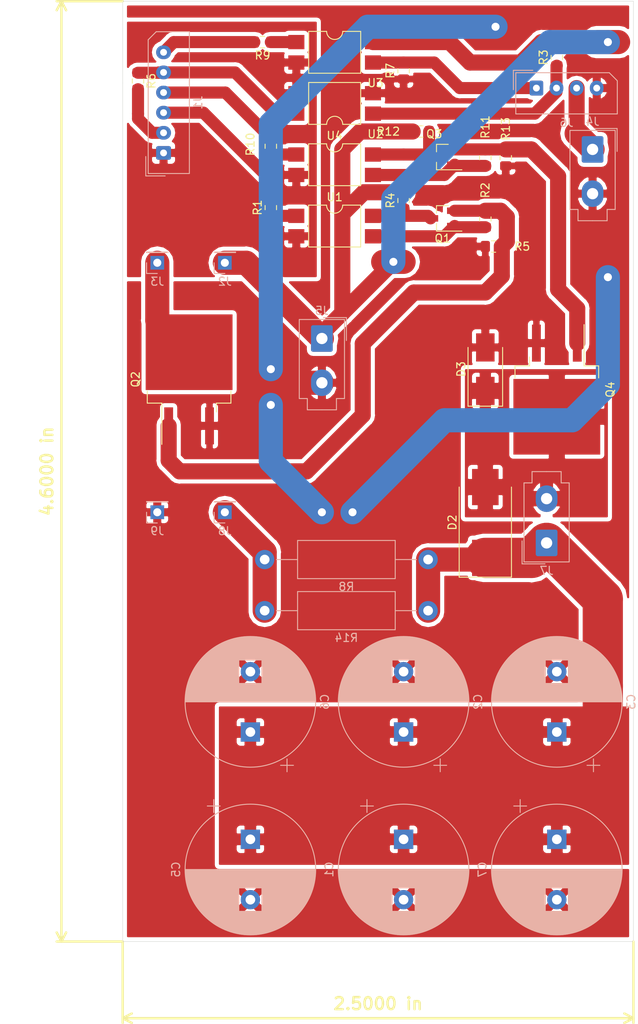
<source format=kicad_pcb>
(kicad_pcb (version 20171130) (host pcbnew 5.0.2-bee76a0~70~ubuntu18.04.1)
  (layers (0 F.Cu signal) (31 B.Cu signal) (34 B.Paste user) (35 F.Paste user) (36 B.SilkS user) (37 F.SilkS user) (38 B.Mask user) (39 F.Mask user) (44 Edge.Cuts user))
  (net 0 "")
  (net 1 -BATT)
  (net 2 Cewka+)
  (net 3 Cewka-)
  (net 4 +3V3)
  (net 5 RPi_reed_switch)
  (net 6 RPi_serwo_pwm)
  (net 7 Trigger)
  (net 8 Charger_R.C.)
  (net 9 GNDD)
  (net 10 +BATT)
  (net 11 "Net-(J3-Pad1)")
  (net 12 V+_serwo)
  (net 13 reed_switch)
  (net 14 PWM_serwo)
  (net 15 "Net-(Q1-Pad1)")
  (net 16 "Net-(Q1-Pad2)")
  (net 17 "Net-(Q1-Pad3)")
  (net 18 "Net-(Q3-Pad3)")
  (net 19 "Net-(Q3-Pad2)")
  (net 20 "Net-(Q3-Pad1)")
  (net 21 "Net-(R1-Pad1)")
  (net 22 "Net-(R9-Pad1)")
  (net 23 "Net-(R10-Pad1)")
  (net 24 "Net-(J8-Pad1)")
  (module Resistor_SMD:R_0805_2012Metric_Pad1.15x1.40mm_HandSolder (layer F.Cu) (at 76.2 68.825 90)
    (fp_text reference R1 (at 0 -1.65 -90) (layer F.SilkS))
    (fp_text value 470?)
    (pad 1 smd roundrect (at -1.025 0 90) (size 1.15 1.4) (layers F.Cu F.Paste F.Mask) (roundrect_rratio 0.217391) (net 21 "Net-(R1-Pad1)"))
    (pad 2 smd roundrect (at 1.025 0 90) (size 1.15 1.4) (layers F.Cu F.Paste F.Mask) (roundrect_rratio 0.217391) (net 8 Charger_R.C.))
  )
  (module Connector_Molex:Molex_Mini-Fit_Jr_5566-02A_2x01_P4.20mm_Vertical (layer B.Cu) (at 116.205 61.595 180)
    (fp_text reference J4 (at 0 3.45) (layer B.SilkS) (effects (justify mirror)))
    (fp_text value "Zasilanie Serwa")
    (pad 2 thru_hole oval (at 0 -5.5 180) (size 2.7 3.3) (drill 1.4) (layers *.Cu *.Mask) (net 1 -BATT))
    (pad 1 thru_hole roundrect (at 0 0 180) (size 2.7 3.3) (drill 1.4) (layers *.Cu *.Mask) (roundrect_rratio 0.09259299999999999) (net 12 V+_serwo))
  )
  (module Package_TO_SOT_SMD:SOT-23_Handsoldering (layer F.Cu) (at 97.56 62.545 180)
    (fp_text reference Q3 (at 1.04 2.86) (layer F.SilkS))
    (fp_text value Q_NPN_BEC)
    (pad 1 smd rect (at -1.5 -0.95 180) (size 1.9 0.8) (layers F.Cu F.Paste F.Mask) (net 20 "Net-(Q3-Pad1)"))
    (pad 2 smd rect (at -1.5 0.95 180) (size 1.9 0.8) (layers F.Cu F.Paste F.Mask) (net 19 "Net-(Q3-Pad2)"))
    (pad 3 smd rect (at 1.5 0 180) (size 1.9 0.8) (layers F.Cu F.Paste F.Mask) (net 18 "Net-(Q3-Pad3)"))
  )
  (module Package_DIP:SMDIP-4_W9.53mm (layer F.Cu) (at 84.135 63.5)
    (fp_text reference U4 (at 0 -3.6 -180) (layer F.SilkS))
    (fp_text value LTV-817)
    (pad 4 smd rect (at 4.765 -1.27) (size 2 1.78) (layers F.Cu F.Paste F.Mask) (net 18 "Net-(Q3-Pad3)"))
    (pad 2 smd rect (at -4.765 1.27) (size 2 1.78) (layers F.Cu F.Paste F.Mask) (net 9 GNDD))
    (pad 3 smd rect (at 4.765 1.27) (size 2 1.78) (layers F.Cu F.Paste F.Mask) (net 20 "Net-(Q3-Pad1)"))
    (pad 1 smd rect (at -4.765 -1.27) (size 2 1.78) (layers F.Cu F.Paste F.Mask) (net 23 "Net-(R10-Pad1)"))
  )
  (module Resistor_THT:R_Axial_DIN0414_L11.9mm_D4.5mm_P20.32mm_Horizontal (layer B.Cu) (at 75.438707 118.906104)
    (fp_text reference R14 (at 10.16 3.37) (layer B.SilkS) (effects (justify mirror)))
    (fp_text value 300)
    (pad 2 thru_hole oval (at 20.32 0) (size 2.4 2.4) (drill 1.2) (layers *.Cu *.Mask) (net 2 Cewka+))
    (pad 1 thru_hole circle (at 0 0) (size 2.4 2.4) (drill 1.2) (layers *.Cu *.Mask) (net 24 "Net-(J8-Pad1)"))
  )
  (module Resistor_SMD:R_0805_2012Metric_Pad1.15x1.40mm_HandSolder (layer F.Cu) (at 102.87 70.24 270)
    (fp_text reference R2 (at -3.565 0 270) (layer F.SilkS))
    (fp_text value 10k)
    (pad 1 smd roundrect (at -1.025 0 270) (size 1.15 1.4) (layers F.Cu F.Paste F.Mask) (roundrect_rratio 0.217391) (net 16 "Net-(Q1-Pad2)"))
    (pad 2 smd roundrect (at 1.025 0 270) (size 1.15 1.4) (layers F.Cu F.Paste F.Mask) (roundrect_rratio 0.217391) (net 15 "Net-(Q1-Pad1)"))
  )
  (module Resistor_SMD:R_0805_2012Metric_Pad1.15x1.40mm_HandSolder (layer F.Cu) (at 111.76 50.165 90)
    (fp_text reference R3 (at 0 -1.65 -90) (layer F.SilkS))
    (fp_text value 470?)
    (pad 2 smd roundrect (at 1.025 0 90) (size 1.15 1.4) (layers F.Cu F.Paste F.Mask) (roundrect_rratio 0.217391) (net 10 +BATT))
    (pad 1 smd roundrect (at -1.025 0 90) (size 1.15 1.4) (layers F.Cu F.Paste F.Mask) (roundrect_rratio 0.217391) (net 13 reed_switch))
  )
  (module Capacitor_THT:CP_Radial_D16.0mm_P7.50mm (layer B.Cu) (at 73.66 147.32 270)
    (fp_text reference C5 (at 3.75 9.25 270) (layer B.SilkS) (effects (justify mirror)))
    (fp_text value 2200u)
    (pad 1 thru_hole rect (at 0 0 270) (size 2.4 2.4) (drill 1.2) (layers *.Cu *.Mask) (net 2 Cewka+))
    (pad 2 thru_hole circle (at 7.5 0 270) (size 2.4 2.4) (drill 1.2) (layers *.Cu *.Mask) (net 1 -BATT))
  )
  (module Package_TO_SOT_SMD:TO-263-2 (layer F.Cu) (at 66.04 90.17 90)
    (fp_text reference Q2 (at 0 -6.65 90) (layer F.SilkS))
    (fp_text value IRL2203N)
    (pad 2 smd rect (at 3.375 0 90) (size 9.4 10.8) (layers F.Cu F.Mask) (net 11 "Net-(J3-Pad1)"))
    (pad 3 smd rect (at -5.775 2.54 90) (size 4.6 1.1) (layers F.Cu F.Paste F.Mask) (net 1 -BATT))
    (pad 1 smd rect (at -5.775 -2.54 90) (size 4.6 1.1) (layers F.Cu F.Paste F.Mask) (net 16 "Net-(Q1-Pad2)"))
  )
  (module Connector_PinHeader_2.54mm:PinHeader_1x01_P2.54mm_Vertical (layer B.Cu) (at 70.485 106.68)
    (fp_text reference J8 (at 0 2.33) (layer B.SilkS) (effects (justify mirror)))
    (fp_text value V_OUT+)
    (pad 1 thru_hole rect (at 0 0) (size 1.7 1.7) (drill 1) (layers *.Cu *.Mask) (net 24 "Net-(J8-Pad1)"))
  )
  (module Connector_Molex:Molex_Mini-Fit_Jr_5566-02A_2x01_P4.20mm_Vertical (layer B.Cu) (at 110.49 110.49)
    (fp_text reference J7 (at 0 3.45) (layer B.SilkS) (effects (justify mirror)))
    (fp_text value "Torpedo EM")
    (pad 2 thru_hole oval (at 0 -5.5) (size 2.7 3.3) (drill 1.4) (layers *.Cu *.Mask) (net 3 Cewka-))
    (pad 1 thru_hole roundrect (at 0 0) (size 2.7 3.3) (drill 1.4) (layers *.Cu *.Mask) (roundrect_rratio 0.09259299999999999) (net 2 Cewka+))
  )
  (module Diode_SMD:D_SMC_Handsoldering (layer F.Cu) (at 102.87 107.95 90)
    (fp_text reference D2 (at 0 -4.1 90) (layer F.SilkS))
    (fp_text value D_Schottky)
    (pad 2 smd rect (at 4.4 0 180) (size 3.3 4.5) (layers F.Cu F.Paste F.Mask) (net 3 Cewka-))
    (pad 1 smd rect (at -4.4 0 180) (size 3.3 4.5) (layers F.Cu F.Paste F.Mask) (net 2 Cewka+))
  )
  (module Capacitor_THT:CP_Radial_D16.0mm_P7.50mm (layer B.Cu) (at 111.76 147.32 270)
    (fp_text reference C7 (at 3.75 9.25 270) (layer B.SilkS) (effects (justify mirror)))
    (fp_text value 2200u)
    (pad 1 thru_hole rect (at 0 0 270) (size 2.4 2.4) (drill 1.2) (layers *.Cu *.Mask) (net 2 Cewka+))
    (pad 2 thru_hole circle (at 7.5 0 270) (size 2.4 2.4) (drill 1.2) (layers *.Cu *.Mask) (net 1 -BATT))
  )
  (module Resistor_SMD:R_0805_2012Metric_Pad1.15x1.40mm_HandSolder (layer F.Cu) (at 94.86 59.37 180)
    (fp_text reference R12 (at 4.055 0) (layer F.SilkS))
    (fp_text value 100?)
    (pad 2 smd roundrect (at 1.025 0 180) (size 1.15 1.4) (layers F.Cu F.Paste F.Mask) (roundrect_rratio 0.217391) (net 10 +BATT))
    (pad 1 smd roundrect (at -1.025 0 180) (size 1.15 1.4) (layers F.Cu F.Paste F.Mask) (roundrect_rratio 0.217391) (net 18 "Net-(Q3-Pad3)"))
  )
  (module Package_TO_SOT_SMD:TO-263-2 (layer F.Cu) (at 111.76 91.44 270)
    (fp_text reference Q4 (at 0 -6.65 90) (layer F.SilkS))
    (fp_text value IRL2203N)
    (pad 1 smd rect (at -5.775 -2.54 270) (size 4.6 1.1) (layers F.Cu F.Paste F.Mask) (net 19 "Net-(Q3-Pad2)"))
    (pad 3 smd rect (at -5.775 2.54 270) (size 4.6 1.1) (layers F.Cu F.Paste F.Mask) (net 1 -BATT))
    (pad 2 smd rect (at 3.375 0 270) (size 9.4 10.8) (layers F.Cu F.Mask) (net 3 Cewka-))
  )
  (module Resistor_SMD:R_0805_2012Metric_Pad1.15x1.40mm_HandSolder (layer F.Cu) (at 92.71 67.945 90)
    (fp_text reference R4 (at 0 -1.65 90) (layer F.SilkS))
    (fp_text value 100?)
    (pad 2 smd roundrect (at 1.025 0 90) (size 1.15 1.4) (layers F.Cu F.Paste F.Mask) (roundrect_rratio 0.217391) (net 10 +BATT))
    (pad 1 smd roundrect (at -1.025 0 90) (size 1.15 1.4) (layers F.Cu F.Paste F.Mask) (roundrect_rratio 0.217391) (net 17 "Net-(Q1-Pad3)"))
  )
  (module Capacitor_THT:CP_Radial_D16.0mm_P7.50mm (layer B.Cu) (at 73.66 133.985 90)
    (fp_text reference C6 (at 3.75 9.25 -90) (layer B.SilkS) (effects (justify mirror)))
    (fp_text value 2200u)
    (pad 2 thru_hole circle (at 7.5 0 90) (size 2.4 2.4) (drill 1.2) (layers *.Cu *.Mask) (net 1 -BATT))
    (pad 1 thru_hole rect (at 0 0 90) (size 2.4 2.4) (drill 1.2) (layers *.Cu *.Mask) (net 2 Cewka+))
  )
  (module Resistor_SMD:R_0805_2012Metric_Pad1.15x1.40mm_HandSolder (layer F.Cu) (at 59.69 53.095 270)
    (fp_text reference R6 (at 0 -1.65 90) (layer F.SilkS))
    (fp_text value 10k)
    (pad 2 smd roundrect (at 1.025 0 270) (size 1.15 1.4) (layers F.Cu F.Paste F.Mask) (roundrect_rratio 0.217391) (net 4 +3V3))
    (pad 1 smd roundrect (at -1.025 0 270) (size 1.15 1.4) (layers F.Cu F.Paste F.Mask) (roundrect_rratio 0.217391) (net 5 RPi_reed_switch))
  )
  (module Package_DIP:SMDIP-4_W9.53mm (layer F.Cu) (at 84.14 49.53)
    (fp_text reference U3 (at 5.08 3.81 -180) (layer F.SilkS))
    (fp_text value LTV-817)
    (pad 4 smd rect (at 4.765 -1.27) (size 2 1.78) (layers F.Cu F.Paste F.Mask) (net 10 +BATT))
    (pad 2 smd rect (at -4.765 1.27) (size 2 1.78) (layers F.Cu F.Paste F.Mask) (net 9 GNDD))
    (pad 3 smd rect (at 4.765 1.27) (size 2 1.78) (layers F.Cu F.Paste F.Mask) (net 14 PWM_serwo))
    (pad 1 smd rect (at -4.765 -1.27) (size 2 1.78) (layers F.Cu F.Paste F.Mask) (net 22 "Net-(R9-Pad1)"))
  )
  (module Connector_Molex:Molex_SPOX_5267-04A_1x04_P2.50mm_Vertical (layer B.Cu) (at 109.22 53.975)
    (fp_text reference J6 (at 3.75 4.3 -180) (layer B.SilkS) (effects (justify mirror)))
    (fp_text value Torpedo)
    (pad 4 thru_hole oval (at 7.5 0) (size 1.7 1.85) (drill 0.85) (layers *.Cu *.Mask) (net 1 -BATT))
    (pad 3 thru_hole oval (at 5 0) (size 1.7 1.85) (drill 0.85) (layers *.Cu *.Mask) (net 12 V+_serwo))
    (pad 2 thru_hole oval (at 2.5 0) (size 1.7 1.85) (drill 0.85) (layers *.Cu *.Mask) (net 13 reed_switch))
    (pad 1 thru_hole roundrect (at 0 0) (size 1.7 1.85) (drill 0.85) (layers *.Cu *.Mask) (roundrect_rratio 0.147059) (net 14 PWM_serwo))
  )
  (module Connector_PinHeader_2.54mm:PinHeader_1x01_P2.54mm_Vertical (layer B.Cu) (at 62.085 106.68)
    (fp_text reference J9 (at 0 2.33) (layer B.SilkS) (effects (justify mirror)))
    (fp_text value V_OUT-)
    (pad 1 thru_hole rect (at 0 0) (size 1.7 1.7) (drill 1) (layers *.Cu *.Mask) (net 1 -BATT))
  )
  (module Connector_Molex:Molex_Mini-Fit_Jr_5566-02A_2x01_P4.20mm_Vertical (layer B.Cu) (at 82.55 85.09 180)
    (fp_text reference J5 (at 0 3.45) (layer B.SilkS) (effects (justify mirror)))
    (fp_text value "Batt HP")
    (pad 1 thru_hole roundrect (at 0 0 180) (size 2.7 3.3) (drill 1.4) (layers *.Cu *.Mask) (roundrect_rratio 0.09259299999999999) (net 10 +BATT))
    (pad 2 thru_hole oval (at 0 -5.5 180) (size 2.7 3.3) (drill 1.4) (layers *.Cu *.Mask) (net 1 -BATT))
  )
  (module Resistor_SMD:R_0805_2012Metric_Pad1.15x1.40mm_HandSolder (layer F.Cu) (at 92.71 51.825 90)
    (fp_text reference R7 (at 0 -1.65 90) (layer F.SilkS))
    (fp_text value 1k-4k7)
    (pad 1 smd roundrect (at -1.025 0 90) (size 1.15 1.4) (layers F.Cu F.Paste F.Mask) (roundrect_rratio 0.217391) (net 1 -BATT))
    (pad 2 smd roundrect (at 1.025 0 90) (size 1.15 1.4) (layers F.Cu F.Paste F.Mask) (roundrect_rratio 0.217391) (net 14 PWM_serwo))
  )
  (module Resistor_SMD:R_0805_2012Metric_Pad1.15x1.40mm_HandSolder (layer F.Cu) (at 76.2 61.205 90)
    (fp_text reference R10 (at 0.245 -2.54 90) (layer F.SilkS))
    (fp_text value 470?)
    (pad 1 smd roundrect (at -1.025 0 90) (size 1.15 1.4) (layers F.Cu F.Paste F.Mask) (roundrect_rratio 0.217391) (net 23 "Net-(R10-Pad1)"))
    (pad 2 smd roundrect (at 1.025 0 90) (size 1.15 1.4) (layers F.Cu F.Paste F.Mask) (roundrect_rratio 0.217391) (net 7 Trigger))
  )
  (module Diode_SMD:D_SMB_Handsoldering (layer F.Cu) (at 102.87 88.9 90)
    (fp_text reference D3 (at 0 -3 -90) (layer F.SilkS))
    (fp_text value TVS_24V)
    (pad 2 smd rect (at 2.7 0 90) (size 3.5 2.3) (layers F.Cu F.Paste F.Mask) (net 1 -BATT))
    (pad 1 smd rect (at -2.7 0 90) (size 3.5 2.3) (layers F.Cu F.Paste F.Mask) (net 3 Cewka-))
  )
  (module Resistor_SMD:R_0805_2012Metric_Pad1.15x1.40mm_HandSolder (layer F.Cu) (at 103.895 73.66)
    (fp_text reference R5 (at 3.565 0) (layer F.SilkS))
    (fp_text value 10k?)
    (pad 2 smd roundrect (at 1.025 0) (size 1.15 1.4) (layers F.Cu F.Paste F.Mask) (roundrect_rratio 0.217391) (net 16 "Net-(Q1-Pad2)"))
    (pad 1 smd roundrect (at -1.025 0) (size 1.15 1.4) (layers F.Cu F.Paste F.Mask) (roundrect_rratio 0.217391) (net 1 -BATT))
  )
  (module Package_TO_SOT_SMD:SOT-23_Handsoldering (layer F.Cu) (at 97.56 70.165 180)
    (fp_text reference Q1 (at 0 -2.5) (layer F.SilkS))
    (fp_text value Q_NPN_BEC)
    (pad 3 smd rect (at 1.5 0 180) (size 1.9 0.8) (layers F.Cu F.Paste F.Mask) (net 17 "Net-(Q1-Pad3)"))
    (pad 2 smd rect (at -1.5 0.95 180) (size 1.9 0.8) (layers F.Cu F.Paste F.Mask) (net 16 "Net-(Q1-Pad2)"))
    (pad 1 smd rect (at -1.5 -0.95 180) (size 1.9 0.8) (layers F.Cu F.Paste F.Mask) (net 15 "Net-(Q1-Pad1)"))
  )
  (module Capacitor_THT:CP_Radial_D16.0mm_P7.50mm (layer B.Cu) (at 111.76 133.985 90)
    (fp_text reference C3 (at 3.75 9.25 -90) (layer B.SilkS) (effects (justify mirror)))
    (fp_text value 2200u)
    (pad 2 thru_hole circle (at 7.5 0 90) (size 2.4 2.4) (drill 1.2) (layers *.Cu *.Mask) (net 1 -BATT))
    (pad 1 thru_hole rect (at 0 0 90) (size 2.4 2.4) (drill 1.2) (layers *.Cu *.Mask) (net 2 Cewka+))
  )
  (module Package_DIP:SMDIP-4_W9.53mm (layer F.Cu) (at 84.135 71.12)
    (fp_text reference U1 (at 0 -3.6 -180) (layer F.SilkS))
    (fp_text value LTV-817)
    (pad 1 smd rect (at -4.765 -1.27) (size 2 1.78) (layers F.Cu F.Paste F.Mask) (net 21 "Net-(R1-Pad1)"))
    (pad 3 smd rect (at 4.765 1.27) (size 2 1.78) (layers F.Cu F.Paste F.Mask) (net 15 "Net-(Q1-Pad1)"))
    (pad 2 smd rect (at -4.765 1.27) (size 2 1.78) (layers F.Cu F.Paste F.Mask) (net 9 GNDD))
    (pad 4 smd rect (at 4.765 -1.27) (size 2 1.78) (layers F.Cu F.Paste F.Mask) (net 17 "Net-(Q1-Pad3)"))
  )
  (module Resistor_SMD:R_0805_2012Metric_Pad1.15x1.40mm_HandSolder (layer F.Cu) (at 105.41 62.62 90)
    (fp_text reference R13 (at 3.565 0 -90) (layer F.SilkS))
    (fp_text value 10k?)
    (pad 2 smd roundrect (at 1.025 0 90) (size 1.15 1.4) (layers F.Cu F.Paste F.Mask) (roundrect_rratio 0.217391) (net 19 "Net-(Q3-Pad2)"))
    (pad 1 smd roundrect (at -1.025 0 90) (size 1.15 1.4) (layers F.Cu F.Paste F.Mask) (roundrect_rratio 0.217391) (net 1 -BATT))
  )
  (module Connector_PinHeader_2.54mm:PinHeader_1x01_P2.54mm_Vertical (layer B.Cu) (at 70.485 75.68)
    (fp_text reference J2 (at 0 2.33) (layer B.SilkS) (effects (justify mirror)))
    (fp_text value V_IN+)
    (pad 1 thru_hole rect (at 0 0) (size 1.7 1.7) (drill 1) (layers *.Cu *.Mask) (net 10 +BATT))
  )
  (module Connector_Molex:Molex_SPOX_5267-06A_1x06_P2.50mm_Vertical (layer B.Cu) (at 62.865 62.03 90)
    (fp_text reference J1 (at 6.25 4.3 -90) (layer B.SilkS) (effects (justify mirror)))
    (fp_text value "RPi I/O")
    (pad 6 thru_hole oval (at 12.5 0 90) (size 1.7 1.85) (drill 0.85) (layers *.Cu *.Mask) (net 6 RPi_serwo_pwm))
    (pad 5 thru_hole oval (at 10 0 90) (size 1.7 1.85) (drill 0.85) (layers *.Cu *.Mask) (net 5 RPi_reed_switch))
    (pad 4 thru_hole oval (at 7.5 0 90) (size 1.7 1.85) (drill 0.85) (layers *.Cu *.Mask) (net 7 Trigger))
    (pad 3 thru_hole oval (at 5 0 90) (size 1.7 1.85) (drill 0.85) (layers *.Cu *.Mask) (net 8 Charger_R.C.))
    (pad 2 thru_hole oval (at 2.5 0 90) (size 1.7 1.85) (drill 0.85) (layers *.Cu *.Mask) (net 4 +3V3))
    (pad 1 thru_hole roundrect (at 0 0 90) (size 1.7 1.85) (drill 0.85) (layers *.Cu *.Mask) (roundrect_rratio 0.147059) (net 9 GNDD))
  )
  (module Resistor_THT:R_Axial_DIN0414_L11.9mm_D4.5mm_P20.32mm_Horizontal (layer B.Cu) (at 75.438707 112.556104)
    (fp_text reference R8 (at 10.16 3.37) (layer B.SilkS) (effects (justify mirror)))
    (fp_text value 300)
    (pad 1 thru_hole circle (at 0 0) (size 2.4 2.4) (drill 1.2) (layers *.Cu *.Mask) (net 24 "Net-(J8-Pad1)"))
    (pad 2 thru_hole oval (at 20.32 0) (size 2.4 2.4) (drill 1.2) (layers *.Cu *.Mask) (net 2 Cewka+))
  )
  (module Capacitor_THT:CP_Radial_D16.0mm_P7.50mm (layer B.Cu) (at 92.71 133.985 90)
    (fp_text reference C2 (at 3.75 9.25 -90) (layer B.SilkS) (effects (justify mirror)))
    (fp_text value 2200u)
    (pad 2 thru_hole circle (at 7.5 0 90) (size 2.4 2.4) (drill 1.2) (layers *.Cu *.Mask) (net 1 -BATT))
    (pad 1 thru_hole rect (at 0 0 90) (size 2.4 2.4) (drill 1.2) (layers *.Cu *.Mask) (net 2 Cewka+))
  )
  (module Package_DIP:SMDIP-4_W9.53mm (layer F.Cu) (at 84.14 55.88 180)
    (fp_text reference U2 (at -5.08 -3.81 180) (layer F.SilkS))
    (fp_text value LTV-817)
    (pad 1 smd rect (at -4.765 -1.27 180) (size 2 1.78) (layers F.Cu F.Paste F.Mask) (net 13 reed_switch))
    (pad 3 smd rect (at 4.765 1.27 180) (size 2 1.78) (layers F.Cu F.Paste F.Mask) (net 9 GNDD))
    (pad 2 smd rect (at -4.765 1.27 180) (size 2 1.78) (layers F.Cu F.Paste F.Mask) (net 1 -BATT))
    (pad 4 smd rect (at 4.765 -1.27 180) (size 2 1.78) (layers F.Cu F.Paste F.Mask) (net 5 RPi_reed_switch))
  )
  (module Connector_PinHeader_2.54mm:PinHeader_1x01_P2.54mm_Vertical (layer B.Cu) (at 62.085 75.68)
    (fp_text reference J3 (at 0 2.33) (layer B.SilkS) (effects (justify mirror)))
    (fp_text value V_IN-)
    (pad 1 thru_hole rect (at 0 0) (size 1.7 1.7) (drill 1) (layers *.Cu *.Mask) (net 11 "Net-(J3-Pad1)"))
  )
  (module Capacitor_THT:CP_Radial_D16.0mm_P7.50mm (layer B.Cu) (at 92.71 147.32 270)
    (fp_text reference C1 (at 3.75 9.25 270) (layer B.SilkS) (effects (justify mirror)))
    (fp_text value 2200u)
    (pad 1 thru_hole rect (at 0 0 270) (size 2.4 2.4) (drill 1.2) (layers *.Cu *.Mask) (net 2 Cewka+))
    (pad 2 thru_hole circle (at 7.5 0 270) (size 2.4 2.4) (drill 1.2) (layers *.Cu *.Mask) (net 1 -BATT))
  )
  (module Resistor_SMD:R_0805_2012Metric_Pad1.15x1.40mm_HandSolder (layer F.Cu) (at 75.175 48.26 180)
    (fp_text reference R9 (at 0 -1.65 180) (layer F.SilkS))
    (fp_text value 470?)
    (pad 1 smd roundrect (at -1.025 0 180) (size 1.15 1.4) (layers F.Cu F.Paste F.Mask) (roundrect_rratio 0.217391) (net 22 "Net-(R9-Pad1)"))
    (pad 2 smd roundrect (at 1.025 0 180) (size 1.15 1.4) (layers F.Cu F.Paste F.Mask) (roundrect_rratio 0.217391) (net 6 RPi_serwo_pwm))
  )
  (module Resistor_SMD:R_0805_2012Metric_Pad1.15x1.40mm_HandSolder (layer F.Cu) (at 102.87 62.62 270)
    (fp_text reference R11 (at -3.81 0 90) (layer F.SilkS))
    (fp_text value 10k)
    (pad 2 smd roundrect (at 1.025 0 270) (size 1.15 1.4) (layers F.Cu F.Paste F.Mask) (roundrect_rratio 0.217391) (net 20 "Net-(Q3-Pad1)"))
    (pad 1 smd roundrect (at -1.025 0 270) (size 1.15 1.4) (layers F.Cu F.Paste F.Mask) (roundrect_rratio 0.217391) (net 19 "Net-(Q3-Pad2)"))
  )
  (dimension 116.84 (width 0.3) (layer F.SilkS) (gr_text "116,840 mm" (at 48.065 101.6 90) (layer F.SilkS) (effects (font (size 1.5 1.5) (thickness 0.3)))) (feature1 (pts (xy 57.785 43.18) (xy 49.578579 43.18))) (feature2 (pts (xy 57.785 160.02) (xy 49.578579 160.02))) (crossbar (pts (xy 50.165 160.02) (xy 50.165 43.18))) (arrow1a (pts (xy 50.165 43.18) (xy 50.751421 44.306504))) (arrow1b (pts (xy 50.165 43.18) (xy 49.578579 44.306504))) (arrow2a (pts (xy 50.165 160.02) (xy 50.751421 158.893496))) (arrow2b (pts (xy 50.165 160.02) (xy 49.578579 158.893496))))
  (dimension 63.5 (width 0.3) (layer F.SilkS) (gr_text "63,500 mm" (at 89.535 171.645) (layer F.SilkS) (effects (font (size 1.5 1.5) (thickness 0.3)))) (feature1 (pts (xy 121.285 160.02) (xy 121.285 170.131421))) (feature2 (pts (xy 57.785 160.02) (xy 57.785 170.131421))) (crossbar (pts (xy 57.785 169.545) (xy 121.285 169.545))) (arrow1a (pts (xy 121.285 169.545) (xy 120.158496 170.131421))) (arrow1b (pts (xy 121.285 169.545) (xy 120.158496 168.958579))) (arrow2a (pts (xy 57.785 169.545) (xy 58.911504 170.131421))) (arrow2b (pts (xy 57.785 169.545) (xy 58.911504 168.958579))))
  (gr_line (start 57.785 160.02) (end 121.285 160.02) (layer Edge.Cuts) (width 0.05))
  (gr_line (start 57.785 160.02) (end 57.785 53.34) (layer Edge.Cuts) (width 0.05))
  (gr_line (start 121.285 160.02) (end 121.285 43.18) (layer Edge.Cuts) (width 0.05))
  (gr_line (start 121.285 43.18) (end 57.785 43.18) (layer Edge.Cuts) (width 0.05))
  (gr_line (start 57.785 43.18) (end 57.785 53.34) (layer Edge.Cuts) (width 0.05))
  (via (at 76.2 93.345) (size 2) (drill 1) (layers F.Cu B.Cu) (net 1))
  (segment (start 76.2 93.345) (end 76.2 100.33) (width 3) (layer B.Cu) (net 1))
  (segment (start 82.55 90.59) (end 78.955 90.59) (width 3) (layer F.Cu) (net 1))
  (segment (start 97.79 95.25) (end 113.665 95.25) (width 3) (layer B.Cu) (net 1))
  (via (at 118.11 77.47) (size 2) (drill 1) (layers F.Cu B.Cu) (net 1))
  (via (at 86.36 106.68) (size 2) (drill 1) (layers F.Cu B.Cu) (net 1))
  (via (at 82.55 106.68) (size 2) (drill 1) (layers F.Cu B.Cu) (net 1))
  (segment (start 118.11 90.805) (end 118.11 77.47) (width 3) (layer B.Cu) (net 1))
  (segment (start 116.205 67.095) (end 116.205 66.795) (width 2) (layer F.Cu) (net 1))
  (segment (start 76.2 100.33) (end 82.55 106.68) (width 3) (layer B.Cu) (net 1))
  (segment (start 76.2 88.9) (end 76.2 58.42) (width 3) (layer B.Cu) (net 1))
  (segment (start 88.265 46.355) (end 104.14 46.355) (width 3) (layer B.Cu) (net 1))
  (via (at 104.14 46.355) (size 2) (drill 1) (layers F.Cu B.Cu) (net 1))
  (segment (start 78.955 90.59) (end 76.2 93.345) (width 3) (layer F.Cu) (net 1))
  (segment (start 113.665 95.25) (end 118.11 90.805) (width 3) (layer B.Cu) (net 1))
  (segment (start 76.2 58.42) (end 88.265 46.355) (width 3) (layer B.Cu) (net 1))
  (segment (start 86.36 106.68) (end 97.79 95.25) (width 3) (layer B.Cu) (net 1))
  (via (at 76.2 88.9) (size 2) (drill 1) (layers F.Cu B.Cu) (net 1))
  (segment (start 117.475 128.27) (end 117.475 133.35) (width 5) (layer F.Cu) (net 2))
  (segment (start 95.758707 112.556104) (end 102.663896 112.556104) (width 3) (layer F.Cu) (net 2))
  (segment (start 117.475 117.475) (end 117.475 128.27) (width 5) (layer F.Cu) (net 2))
  (segment (start 95.758707 118.906104) (end 95.758707 112.556104) (width 3) (layer F.Cu) (net 2))
  (segment (start 117.475 117.475) (end 110.49 110.49) (width 5) (layer F.Cu) (net 2))
  (segment (start 108.63 112.35) (end 110.49 110.49) (width 5) (layer F.Cu) (net 2))
  (segment (start 102.87 112.35) (end 108.63 112.35) (width 5) (layer F.Cu) (net 2))
  (segment (start 102.663896 112.556104) (end 102.87 112.35) (width 3) (layer F.Cu) (net 2))
  (segment (start 59.69 54.12) (end 59.69 57.15) (width 1.5) (layer F.Cu) (net 4))
  (segment (start 62.865 59.53) (end 61.435 59.53) (width 1.5) (layer F.Cu) (net 4))
  (segment (start 59.69 57.785) (end 59.69 57.15) (width 1.5) (layer F.Cu) (net 4))
  (segment (start 61.435 59.53) (end 59.69 57.785) (width 1.5) (layer F.Cu) (net 4))
  (segment (start 62.23 52.07) (end 62.825 52.07) (width 1.5) (layer F.Cu) (net 5))
  (segment (start 71.755 52.03) (end 62.27 52.03) (width 1.5) (layer F.Cu) (net 5))
  (segment (start 79.375 57.15) (end 76.875 57.15) (width 1.5) (layer F.Cu) (net 5))
  (segment (start 76.875 57.15) (end 71.755 52.03) (width 1.5) (layer F.Cu) (net 5))
  (segment (start 59.69 52.07) (end 62.23 52.07) (width 1.5) (layer F.Cu) (net 5))
  (segment (start 62.825 52.07) (end 62.865 52.03) (width 1.5) (layer F.Cu) (net 5))
  (segment (start 62.27 52.03) (end 62.23 52.07) (width 1.5) (layer F.Cu) (net 5))
  (segment (start 64.135 48.26) (end 62.865 49.53) (width 1.5) (layer F.Cu) (net 6))
  (segment (start 74.15 48.26) (end 64.135 48.26) (width 1.5) (layer F.Cu) (net 6))
  (segment (start 62.865 54.53) (end 70.55 54.53) (width 1.5) (layer F.Cu) (net 7))
  (segment (start 70.55 54.53) (end 76.2 60.18) (width 1.5) (layer F.Cu) (net 7))
  (segment (start 67.825 57.03) (end 62.865 57.03) (width 1.5) (layer F.Cu) (net 8))
  (segment (start 76.2 67.8) (end 76.2 65.405) (width 1.5) (layer F.Cu) (net 8))
  (segment (start 76.2 65.405) (end 67.825 57.03) (width 1.5) (layer F.Cu) (net 8))
  (segment (start 109.855 48.26) (end 116.84 48.26) (width 2) (layer F.Cu) (net 10))
  (segment (start 93.835 59.37) (end 87.315 59.37) (width 2) (layer F.Cu) (net 10))
  (segment (start 70.485 75.68) (end 73.14 75.68) (width 3) (layer F.Cu) (net 10))
  (segment (start 82.55 85.09) (end 82.55 84.455) (width 2) (layer F.Cu) (net 10))
  (segment (start 92.71 66.92) (end 87.779998 66.92) (width 2) (layer F.Cu) (net 10))
  (via (at 118.11 48.26) (size 2) (drill 1) (layers F.Cu B.Cu) (net 10))
  (segment (start 91.44 75.565) (end 91.44 67.722268) (width 3) (layer B.Cu) (net 10))
  (segment (start 85.09 69.609998) (end 85.09 69.85) (width 2) (layer F.Cu) (net 10))
  (segment (start 87.315 59.37) (end 85.09 61.595) (width 2) (layer F.Cu) (net 10))
  (segment (start 85.09 69.85) (end 85.09 81.915) (width 2) (layer F.Cu) (net 10))
  (segment (start 87.779998 66.92) (end 85.09 69.609998) (width 2) (layer F.Cu) (net 10))
  (segment (start 98.425 48.26) (end 100.965 50.8) (width 2) (layer F.Cu) (net 10))
  (segment (start 91.44 67.722268) (end 110.902268 48.26) (width 3) (layer B.Cu) (net 10))
  (segment (start 118.11 48.26) (end 119.38 48.26) (width 3) (layer F.Cu) (net 10))
  (segment (start 100.965 50.8) (end 107.315 50.8) (width 2) (layer F.Cu) (net 10))
  (segment (start 82.55 84.455) (end 85.09 81.915) (width 2) (layer F.Cu) (net 10))
  (segment (start 116.84 48.26) (end 118.11 48.26) (width 3) (layer F.Cu) (net 10))
  (segment (start 110.902268 48.26) (end 118.11 48.26) (width 3) (layer B.Cu) (net 10))
  (segment (start 91.44 75.565) (end 92.71 75.565) (width 3) (layer F.Cu) (net 10))
  (segment (start 107.315 50.8) (end 109.855 48.26) (width 2) (layer F.Cu) (net 10))
  (segment (start 91.44 75.565) (end 90.17 75.565) (width 3) (layer F.Cu) (net 10))
  (segment (start 85.09 81.915) (end 91.44 75.565) (width 2) (layer F.Cu) (net 10))
  (segment (start 88.905 48.26) (end 98.425 48.26) (width 2) (layer F.Cu) (net 10))
  (segment (start 85.09 61.595) (end 85.09 69.85) (width 2) (layer F.Cu) (net 10))
  (segment (start 73.14 75.68) (end 82.55 85.09) (width 3) (layer F.Cu) (net 10))
  (via (at 91.44 75.565) (size 2) (drill 1) (layers F.Cu B.Cu) (net 10))
  (segment (start 66.04 86.795) (end 62.085 82.84) (width 3) (layer F.Cu) (net 11))
  (segment (start 62.085 82.84) (end 62.085 75.68) (width 3) (layer F.Cu) (net 11))
  (segment (start 114.22 53.975) (end 114.22 59.61) (width 2) (layer F.Cu) (net 12))
  (segment (start 116.205 61.595) (end 114.22 59.61) (width 3) (layer F.Cu) (net 12))
  (segment (start 111.72 53.975) (end 111.72 51.23) (width 1.5) (layer F.Cu) (net 13))
  (segment (start 111.72 54.447074) (end 109.017074 57.15) (width 1.5) (layer F.Cu) (net 13))
  (segment (start 111.72 51.23) (end 111.76 51.19) (width 1.5) (layer F.Cu) (net 13))
  (segment (start 111.72 53.975) (end 111.72 54.447074) (width 1.5) (layer F.Cu) (net 13))
  (segment (start 109.017074 57.15) (end 88.905 57.15) (width 1.5) (layer F.Cu) (net 13))
  (segment (start 92.71 50.8) (end 96.52 50.8) (width 1.5) (layer F.Cu) (net 14))
  (segment (start 96.52 50.8) (end 99.695 53.975) (width 1.5) (layer F.Cu) (net 14))
  (segment (start 99.695 53.975) (end 107.95 53.975) (width 1.5) (layer F.Cu) (net 14))
  (segment (start 88.905 50.8) (end 92.71 50.8) (width 1.5) (layer F.Cu) (net 14))
  (segment (start 107.95 53.975) (end 109.22 53.975) (width 1.5) (layer F.Cu) (net 14))
  (segment (start 99.21 71.265) (end 99.06 71.115) (width 1.5) (layer F.Cu) (net 15))
  (segment (start 91.44 72.39) (end 97.785 72.39) (width 1.5) (layer F.Cu) (net 15))
  (segment (start 97.785 72.39) (end 99.06 71.115) (width 1.5) (layer F.Cu) (net 15))
  (segment (start 102.87 71.265) (end 99.21 71.265) (width 1.5) (layer F.Cu) (net 15))
  (segment (start 91.44 72.39) (end 88.9 72.39) (width 1.5) (layer F.Cu) (net 15))
  (segment (start 102.87 79.375) (end 104.92 77.325) (width 2) (layer F.Cu) (net 16))
  (segment (start 63.5 100.245) (end 64.855 101.6) (width 2) (layer F.Cu) (net 16))
  (segment (start 63.5 95.945) (end 63.5 100.245) (width 2) (layer F.Cu) (net 16))
  (segment (start 93.98 79.375) (end 102.87 79.375) (width 2) (layer F.Cu) (net 16))
  (segment (start 104.92 77.325) (end 104.92 73.66) (width 2) (layer F.Cu) (net 16))
  (segment (start 105.543372 73.036628) (end 105.543372 69.983372) (width 2) (layer F.Cu) (net 16))
  (segment (start 104.775 69.215) (end 102.87 69.215) (width 2) (layer F.Cu) (net 16))
  (segment (start 64.855 101.6) (end 80.645 101.6) (width 2) (layer F.Cu) (net 16))
  (segment (start 102.87 69.215) (end 99.06 69.215) (width 1.5) (layer F.Cu) (net 16))
  (segment (start 87.63 85.725) (end 93.98 79.375) (width 2) (layer F.Cu) (net 16))
  (segment (start 105.543372 69.983372) (end 104.775 69.215) (width 2) (layer F.Cu) (net 16))
  (segment (start 80.645 101.6) (end 87.63 94.615) (width 2) (layer F.Cu) (net 16))
  (segment (start 104.92 73.66) (end 105.543372 73.036628) (width 2) (layer F.Cu) (net 16))
  (segment (start 87.63 94.615) (end 87.63 85.725) (width 2) (layer F.Cu) (net 16))
  (segment (start 92.71 68.97) (end 92.71 69.85) (width 1.5) (layer F.Cu) (net 17))
  (segment (start 95.745 69.85) (end 96.06 70.165) (width 1.5) (layer F.Cu) (net 17))
  (segment (start 92.71 69.85) (end 95.745 69.85) (width 1.5) (layer F.Cu) (net 17))
  (segment (start 88.9 69.85) (end 92.71 69.85) (width 1.5) (layer F.Cu) (net 17))
  (segment (start 95.745 62.23) (end 96.06 62.545) (width 1.5) (layer F.Cu) (net 18))
  (segment (start 92.71 62.23) (end 95.745 62.23) (width 1.5) (layer F.Cu) (net 18))
  (segment (start 88.9 62.23) (end 92.71 62.23) (width 1.5) (layer F.Cu) (net 18))
  (segment (start 95.885 59.37) (end 95.885 62.37) (width 1.5) (layer F.Cu) (net 18))
  (segment (start 95.885 62.37) (end 96.06 62.545) (width 1.5) (layer F.Cu) (net 18))
  (segment (start 99.06 61.595) (end 102.87 61.595) (width 1.5) (layer F.Cu) (net 19))
  (segment (start 105.41 61.595) (end 108.59339 61.595) (width 2) (layer F.Cu) (net 19))
  (segment (start 102.87 61.595) (end 105.41 61.595) (width 1.5) (layer F.Cu) (net 19))
  (segment (start 114.3 85.665) (end 114.3 81.365) (width 2) (layer F.Cu) (net 19))
  (segment (start 114.3 81.365) (end 111.920009 78.985009) (width 2) (layer F.Cu) (net 19))
  (segment (start 111.920009 78.985009) (end 111.920009 64.921619) (width 2) (layer F.Cu) (net 19))
  (segment (start 108.59339 61.595) (end 111.920009 64.921619) (width 2) (layer F.Cu) (net 19))
  (segment (start 88.9 64.77) (end 97.785 64.77) (width 1.5) (layer F.Cu) (net 20))
  (segment (start 99.21 63.645) (end 99.06 63.495) (width 1.5) (layer F.Cu) (net 20))
  (segment (start 102.87 63.645) (end 99.21 63.645) (width 1.5) (layer F.Cu) (net 20))
  (segment (start 97.785 64.77) (end 99.06 63.495) (width 1.5) (layer F.Cu) (net 20))
  (segment (start 79.37 69.85) (end 76.2 69.85) (width 1.5) (layer F.Cu) (net 21))
  (segment (start 76.2 48.26) (end 79.375 48.26) (width 1.5) (layer F.Cu) (net 22))
  (segment (start 79.37 62.23) (end 76.2 62.23) (width 1.5) (layer F.Cu) (net 23))
  (segment (start 75.438707 118.906104) (end 75.438707 112.556104) (width 3) (layer F.Cu) (net 24))
  (segment (start 75.438707 112.556104) (end 75.438707 111.633707) (width 3) (layer F.Cu) (net 24))
  (segment (start 75.438707 111.633707) (end 70.485 106.68) (width 3) (layer F.Cu) (net 24))
  (zone (net 2) (net_name Cewka+) (layer F.Cu) (priority 1) (connect_pads (clearance 0.508)) (min_thickness 0.254) (fill yes (arc_segments 16) (thermal_gap 0.508) (thermal_bridge_width 2))
    (polygon (pts (xy 121.179228 130.81) (xy 121.179228 150.495) (xy 69.744228 150.495) (xy 69.744228 130.81)))
  )
  (zone (net 3) (net_name Cewka-) (layer F.Cu) (priority 1) (connect_pads (clearance 0.508)) (min_thickness 0.254) (fill yes (arc_segments 16) (thermal_gap 0.508) (thermal_bridge_width 2))
    (polygon (pts (xy 118.11 107.315) (xy 118.11 88.9) (xy 100.33 88.9) (xy 100.33 107.315)))
  )
  (zone (net 1) (net_name -BATT) (layer F.Cu) (connect_pads (clearance 0.508)) (min_thickness 0.254) (fill yes (arc_segments 16) (thermal_gap 0.508) (thermal_bridge_width 1))
    (polygon (pts (xy 57.785 43.18) (xy 121.285 43.18) (xy 121.285 160.02) (xy 57.785 160.02)))
  )
  (zone (net 9) (net_name GNDD) (layer F.Cu) (priority 1) (connect_pads (clearance 0.508)) (min_thickness 0.254) (fill yes (arc_segments 16) (thermal_gap 0.508) (thermal_bridge_width 1))
    (polygon (pts (xy 57.785 45.72) (xy 81.915 45.72) (xy 81.915 77.47) (xy 57.785 77.47)))
  )
)
</source>
